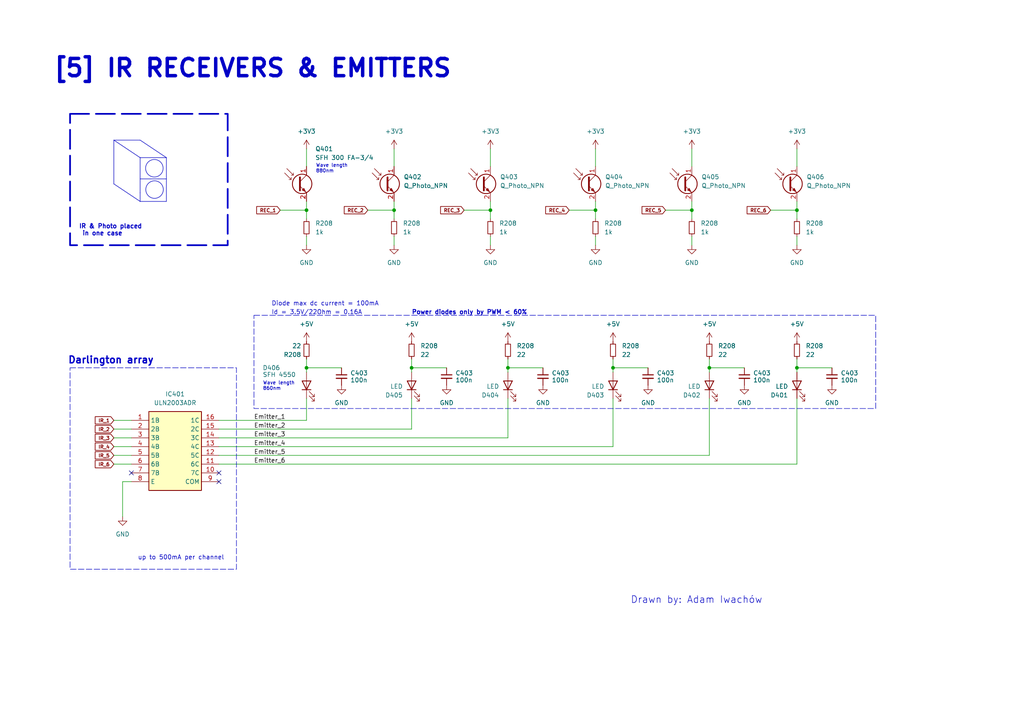
<source format=kicad_sch>
(kicad_sch (version 20230121) (generator eeschema)
  (paper "A4")
  (lib_symbols
    (symbol "Device:C_Small" (pin_numbers hide) (pin_names (offset 0.254) hide)
      (property "Reference" "C" (at 0.254 1.778 0))
      (property "Value" "C_Small" (at 0.254 -2.032 0))
      (symbol "C_Small_0_1"
        (polyline (pts (xy -1.524 -0.508) (xy 1.524 -0.508)) (stroke (width 0.3302)))
        (polyline (pts (xy -1.524 0.508) (xy 1.524 0.508)) (stroke (width 0.3048)))
      )
      (symbol "C_Small_1_1"
        (pin passive line (at 0 2.54 270) (length 2.032) (name "~") (number "1"))
        (pin passive line (at 0 -2.54 90) (length 2.032) (name "~") (number "2"))
      )
    )
    (symbol "Device:LED" (pin_numbers hide) (pin_names (offset 1.016) hide)
      (property "Reference" "D" (at 0 2.54 0))
      (property "Value" "LED" (at 0 -2.54 0))
      (symbol "LED_0_1"
        (polyline (pts (xy -1.27 -1.27) (xy -1.27 1.27)) (stroke (width 0.254)))
        (polyline (pts (xy -1.27 0) (xy 1.27 0)))
        (polyline (pts (xy 1.27 -1.27) (xy 1.27 1.27) (xy -1.27 0) (xy 1.27 -1.27)) (stroke (width 0.254)))
        (polyline (pts (xy -3.048 -0.762) (xy -4.572 -2.286) (xy -3.81 -2.286) (xy -4.572 -2.286) (xy -4.572 -1.524)))
        (polyline (pts (xy -1.778 -0.762) (xy -3.302 -2.286) (xy -2.54 -2.286) (xy -3.302 -2.286) (xy -3.302 -1.524)))
      )
      (symbol "LED_1_1"
        (pin passive line (at -3.81 0 0) (length 2.54) (name "K") (number "1"))
        (pin passive line (at 3.81 0 180) (length 2.54) (name "A") (number "2"))
      )
    )
    (symbol "Device:Q_Photo_NPN" (pin_names (offset 0) hide)
      (property "Reference" "Q" (at 5.08 1.27 0))
      (property "Value" "Q_Photo_NPN" (at 5.08 -1.27 0))
      (symbol "Q_Photo_NPN_0_1"
        (polyline (pts (xy -1.905 1.27) (xy -2.54 1.27)))
        (polyline (pts (xy -1.27 2.54) (xy -1.905 2.54)))
        (polyline (pts (xy 0.635 0.635) (xy 2.54 2.54)))
        (polyline (pts (xy -3.81 3.175) (xy -1.905 1.27) (xy -1.905 1.905)))
        (polyline (pts (xy -3.175 4.445) (xy -1.27 2.54) (xy -1.27 3.175)))
        (polyline (pts (xy 0.635 -0.635) (xy 2.54 -2.54) (xy 2.54 -2.54)))
        (polyline (pts (xy 0.635 1.905) (xy 0.635 -1.905) (xy 0.635 -1.905)) (stroke (width 0.508)))
        (polyline (pts (xy 1.27 -1.778) (xy 1.778 -1.27) (xy 2.286 -2.286) (xy 1.27 -1.778) (xy 1.27 -1.778)) (fill (type outline)))
        (circle (center 1.27 0) (radius 2.8194) (stroke (width 0.254)))
      )
      (symbol "Q_Photo_NPN_1_1"
        (pin passive line (at 2.54 5.08 270) (length 2.54) (name "C") (number "1"))
        (pin passive line (at 2.54 -5.08 90) (length 2.54) (name "E") (number "2"))
      )
    )
    (symbol "Device:R_Small" (pin_numbers hide) (pin_names (offset 0.254) hide)
      (property "Reference" "R" (at 0.762 0.508 0))
      (property "Value" "R_Small" (at 0.762 -1.016 0))
      (symbol "R_Small_0_1"
        (rectangle (start -0.762 1.778) (end 0.762 -1.778) (stroke (width 0.2032)))
      )
      (symbol "R_Small_1_1"
        (pin passive line (at 0 2.54 270) (length 0.762) (name "~") (number "1"))
        (pin passive line (at 0 -2.54 90) (length 0.762) (name "~") (number "2"))
      )
    )
    (symbol "SamacSys_Parts:ULN2003ADR"
      (property "Reference" "IC" (at 21.59 7.62 0))
      (property "Value" "ULN2003ADR" (at 21.59 5.08 0))
      (symbol "ULN2003ADR_1_1"
        (rectangle (start 5.08 2.54) (end 20.32 -20.32) (stroke (width 0.254)) (fill (type background)))
        (pin passive line (at 0 0 0) (length 5.08) (name "1B") (number "1"))
        (pin passive line (at 25.4 -15.24 180) (length 5.08) (name "7C") (number "10"))
        (pin passive line (at 25.4 -12.7 180) (length 5.08) (name "6C") (number "11"))
        (pin passive line (at 25.4 -10.16 180) (length 5.08) (name "5C") (number "12"))
        (pin passive line (at 25.4 -7.62 180) (length 5.08) (name "4C") (number "13"))
        (pin passive line (at 25.4 -5.08 180) (length 5.08) (name "3C") (number "14"))
        (pin passive line (at 25.4 -2.54 180) (length 5.08) (name "2C") (number "15"))
        (pin passive line (at 25.4 0 180) (length 5.08) (name "1C") (number "16"))
        (pin passive line (at 0 -2.54 0) (length 5.08) (name "2B") (number "2"))
        (pin passive line (at 0 -5.08 0) (length 5.08) (name "3B") (number "3"))
        (pin passive line (at 0 -7.62 0) (length 5.08) (name "4B") (number "4"))
        (pin passive line (at 0 -10.16 0) (length 5.08) (name "5B") (number "5"))
        (pin passive line (at 0 -12.7 0) (length 5.08) (name "6B") (number "6"))
        (pin passive line (at 0 -15.24 0) (length 5.08) (name "7B") (number "7"))
        (pin passive line (at 0 -17.78 0) (length 5.08) (name "E") (number "8"))
        (pin passive line (at 25.4 -17.78 180) (length 5.08) (name "COM") (number "9"))
      )
    )
    (symbol "power:+3V3" (power) (pin_names (offset 0))
      (property "Value" "+3V3" (at 0 3.556 0))
      (symbol "+3V3_0_1"
        (polyline (pts (xy -0.762 1.27) (xy 0 2.54)))
        (polyline (pts (xy 0 0) (xy 0 2.54)))
        (polyline (pts (xy 0 2.54) (xy 0.762 1.27)))
      )
      (symbol "+3V3_1_1"
        (pin power_in line (at 0 0 90) (length 0) hide (name "+3V3") (number "1"))
      )
    )
    (symbol "power:+5V" (power) (pin_names (offset 0))
      (property "Value" "+5V" (at 0 3.556 0))
      (symbol "+5V_0_1"
        (polyline (pts (xy -0.762 1.27) (xy 0 2.54)))
        (polyline (pts (xy 0 0) (xy 0 2.54)))
        (polyline (pts (xy 0 2.54) (xy 0.762 1.27)))
      )
      (symbol "+5V_1_1"
        (pin power_in line (at 0 0 90) (length 0) hide (name "+5V") (number "1"))
      )
    )
    (symbol "power:GND" (power) (pin_names (offset 0))
      (property "Value" "GND" (at 0 -3.81 0))
      (symbol "GND_0_1"
        (polyline (pts (xy 0 0) (xy 0 -1.27) (xy 1.27 -1.27) (xy 0 -2.54) (xy -1.27 -1.27) (xy 0 -1.27)))
      )
      (symbol "GND_1_1"
        (pin power_in line (at 0 0 270) (length 0) hide (name "GND") (number "1"))
      )
    )
  )
  (junction (at 172.72 60.96))
  (junction (at 88.9 60.96))
  (junction (at 88.9 106.68))
  (junction (at 114.3 60.96))
  (junction (at 119.38 106.68))
  (junction (at 231.14 106.68))
  (junction (at 177.8 106.68))
  (junction (at 200.66 60.96))
  (junction (at 205.74 106.68))
  (junction (at 142.24 60.96))
  (junction (at 147.32 106.68))
  (junction (at 231.14 60.96))
  (no_connect (at 38.1 137.16))
  (no_connect (at 63.5 137.16))
  (no_connect (at 63.5 139.7))
  (wire (pts (xy 81.28 60.96) (xy 88.9 60.96)))
  (wire (pts (xy 187.96 106.68) (xy 177.8 106.68)))
  (wire (pts (xy 33.02 134.62) (xy 38.1 134.62)))
  (wire (pts (xy 147.32 107.95) (xy 147.32 106.68)))
  (wire (pts (xy 231.14 106.68) (xy 231.14 104.14)))
  (wire (pts (xy 63.5 127) (xy 147.32 127)))
  (wire (pts (xy 241.3 106.68) (xy 231.14 106.68)))
  (polyline (pts (xy 40.64 45.72) (xy 48.26 45.72)))
  (wire (pts (xy 106.68 60.96) (xy 114.3 60.96)))
  (wire (pts (xy 200.66 58.42) (xy 200.66 60.96)))
  (wire (pts (xy 172.72 58.42) (xy 172.72 60.96)))
  (wire (pts (xy 193.04 60.96) (xy 200.66 60.96)))
  (wire (pts (xy 119.38 106.68) (xy 119.38 104.14)))
  (wire (pts (xy 147.32 106.68) (xy 147.32 104.14)))
  (wire (pts (xy 119.38 107.95) (xy 119.38 106.68)))
  (wire (pts (xy 231.14 43.18) (xy 231.14 48.26)))
  (wire (pts (xy 231.14 60.96) (xy 231.14 63.5)))
  (wire (pts (xy 205.74 106.68) (xy 205.74 104.14)))
  (polyline (pts (xy 40.64 40.64) (xy 48.26 45.72)))
  (polyline (pts (xy 40.64 40.64) (xy 33.02 40.64)))
  (wire (pts (xy 33.02 127) (xy 38.1 127)))
  (wire (pts (xy 114.3 58.42) (xy 114.3 60.96)))
  (wire (pts (xy 231.14 115.57) (xy 231.14 134.62)))
  (wire (pts (xy 142.24 58.42) (xy 142.24 60.96)))
  (wire (pts (xy 38.1 139.7) (xy 35.56 139.7)))
  (wire (pts (xy 142.24 68.58) (xy 142.24 71.12)))
  (wire (pts (xy 142.24 43.18) (xy 142.24 48.26)))
  (polyline (pts (xy 40.64 45.72) (xy 40.64 55.88)))
  (wire (pts (xy 157.48 106.68) (xy 147.32 106.68)))
  (wire (pts (xy 147.32 115.57) (xy 147.32 127)))
  (wire (pts (xy 63.5 121.92) (xy 88.9 121.92)))
  (wire (pts (xy 99.06 106.68) (xy 88.9 106.68)))
  (polyline (pts (xy 40.64 55.88) (xy 40.64 58.42)))
  (wire (pts (xy 63.5 129.54) (xy 177.8 129.54)))
  (polyline (pts (xy 40.64 51.888) (xy 48.26 51.888)))
  (wire (pts (xy 172.72 60.96) (xy 172.72 63.5)))
  (wire (pts (xy 165.1 60.96) (xy 172.72 60.96)))
  (wire (pts (xy 223.52 60.96) (xy 231.14 60.96)))
  (wire (pts (xy 231.14 68.58) (xy 231.14 71.12)))
  (wire (pts (xy 63.5 134.62) (xy 231.14 134.62)))
  (wire (pts (xy 205.74 107.95) (xy 205.74 106.68)))
  (wire (pts (xy 177.8 107.95) (xy 177.8 106.68)))
  (wire (pts (xy 142.24 60.96) (xy 142.24 63.5)))
  (polyline (pts (xy 33.02 40.64) (xy 33.02 53.34)))
  (wire (pts (xy 200.66 60.96) (xy 200.66 63.5)))
  (wire (pts (xy 231.14 107.95) (xy 231.14 106.68)))
  (polyline (pts (xy 33.02 40.64) (xy 40.64 45.72)))
  (wire (pts (xy 205.74 115.57) (xy 205.74 132.08)))
  (wire (pts (xy 88.9 107.95) (xy 88.9 106.68)))
  (wire (pts (xy 200.66 43.18) (xy 200.66 48.26)))
  (polyline (pts (xy 48.26 45.72) (xy 48.26 58.42)))
  (wire (pts (xy 231.14 58.42) (xy 231.14 60.96)))
  (wire (pts (xy 215.9 106.68) (xy 205.74 106.68)))
  (wire (pts (xy 88.9 60.96) (xy 88.9 63.5)))
  (wire (pts (xy 119.38 115.57) (xy 119.38 124.46)))
  (wire (pts (xy 172.72 43.18) (xy 172.72 48.26)))
  (wire (pts (xy 33.02 121.92) (xy 38.1 121.92)))
  (wire (pts (xy 114.3 43.18) (xy 114.3 48.26)))
  (wire (pts (xy 200.66 68.58) (xy 200.66 71.12)))
  (wire (pts (xy 88.9 115.57) (xy 88.9 121.92)))
  (wire (pts (xy 63.5 132.08) (xy 205.74 132.08)))
  (wire (pts (xy 177.8 106.68) (xy 177.8 104.14)))
  (wire (pts (xy 172.72 68.58) (xy 172.72 71.12)))
  (wire (pts (xy 88.9 68.58) (xy 88.9 71.12)))
  (wire (pts (xy 63.5 124.46) (xy 119.38 124.46)))
  (wire (pts (xy 88.9 43.18) (xy 88.9 48.26)))
  (wire (pts (xy 88.9 106.68) (xy 88.9 104.14)))
  (wire (pts (xy 114.3 60.96) (xy 114.3 63.5)))
  (wire (pts (xy 33.02 132.08) (xy 38.1 132.08)))
  (wire (pts (xy 129.54 106.68) (xy 119.38 106.68)))
  (wire (pts (xy 35.56 139.7) (xy 35.56 149.86)))
  (wire (pts (xy 134.62 60.96) (xy 142.24 60.96)))
  (wire (pts (xy 114.3 68.58) (xy 114.3 71.12)))
  (wire (pts (xy 33.02 124.46) (xy 38.1 124.46)))
  (polyline (pts (xy 40.64 58.42) (xy 33.02 53.34)))
  (wire (pts (xy 177.8 115.57) (xy 177.8 129.54)))
  (polyline (pts (xy 40.64 58.42) (xy 48.26 58.42)))
  (wire (pts (xy 33.02 129.54) (xy 38.1 129.54)))
  (wire (pts (xy 88.9 58.42) (xy 88.9 60.96)))
  (rectangle (start 73.66 91.44) (end 254 118.4868) (stroke (width 0) (type dash)))
  (circle (center 44.8262 54.9853) (radius 2.54))
  (rectangle (start 20.32 106.68) (end 68.58 165.1) (stroke (width 0) (type dash)))
  (circle (center 44.7696 48.8004) (radius 2.54))
  (rectangle (start 20.32 33.02) (end 66.04 71.12) (stroke (width 0.5) (type dash)))
  (text "Power diodes only by PWM < 60%" (at 119.38 91.44 0) (effects (font (size 1.27 1.27) bold) (justify left bottom)))
  (text "Drawn by: Adam Iwachów " (at 182.88 175.26 0) (effects (font (size 2 2)) (justify left bottom)))
  (text "[5] IR RECEIVERS & EMITTERS" (at 15.24 22.86 0) (effects (font (size 5 5) (thickness 1) bold) (justify left bottom)))
  (text "Diode max dc current = 100mA" (at 78.74 88.9 0) (effects (font (size 1.27 1.27)) (justify left bottom)))
  (text "Id = 3.5V/22Ohm = 0.16A" (at 78.74 91.44 0) (effects (font (size 1.27 1.27)) (justify left bottom)))
  (text "up to 500mA per channel " (at 66.04 162.56 0) (effects (font (size 1.27 1.27)) (justify right bottom)))
  (text "IR & Photo placed\n in one case " (at 22.86 68.58 0) (effects (font (size 1.27 1.27) bold) (justify left bottom)))
  (text "Wave length\n880nm" (at 91.5943 50.2984 0) (effects (font (size 1 1)) (justify left bottom)))
  (text "\nWave length\n860nm" (at 76.2268 113.39 0) (effects (font (size 1 1)) (justify left bottom)))
  (text "Darlington array " (at 46.2522 105.757 0) (effects (font (size 2 2) bold) (justify right bottom)))
  (label "Emitter_5" (at 73.66 132.08 0))
  (label "Emitter_6" (at 73.66 134.62 0))
  (label "Emitter_1" (at 73.66 121.92 0))
  (label "Emitter_3" (at 73.66 127 0))
  (label "Emitter_4" (at 73.66 129.54 0))
  (label "Emitter_2" (at 73.66 124.46 0))
  (global_label "REC_6" (shape input) (at 223.52 60.96 180) (effects (font (size 1 1) (thickness 0.2) bold)) (property "Intersheetrefs" "${INTERSHEET_REFS}" (effects hide)))
  (global_label "REC_3" (shape input) (at 134.62 60.96 180) (effects (font (size 1 1) (thickness 0.2) bold)) (property "Intersheetrefs" "${INTERSHEET_REFS}" (effects hide)))
  (global_label "IR_5" (shape input) (at 33.02 132.08 180) (effects (font (size 1 1) (thickness 0.2) bold)) (property "Intersheetrefs" "${INTERSHEET_REFS}" (effects hide)))
  (global_label "REC_4" (shape input) (at 165.1 60.96 180) (effects (font (size 1 1) (thickness 0.2) bold)) (property "Intersheetrefs" "${INTERSHEET_REFS}" (effects hide)))
  (global_label "REC_2" (shape input) (at 106.68 60.96 180) (effects (font (size 1 1) (thickness 0.2) bold)) (property "Intersheetrefs" "${INTERSHEET_REFS}" (effects hide)))
  (global_label "IR_1" (shape input) (at 33.02 121.92 180) (effects (font (size 1 1) (thickness 0.2) bold)) (property "Intersheetrefs" "${INTERSHEET_REFS}" (effects hide)))
  (global_label "REC_5" (shape input) (at 193.04 60.96 180) (effects (font (size 1 1) (thickness 0.2) bold)) (property "Intersheetrefs" "${INTERSHEET_REFS}" (effects hide)))
  (global_label "IR_3" (shape input) (at 33.02 127 180) (effects (font (size 1 1) (thickness 0.2) bold)) (property "Intersheetrefs" "${INTERSHEET_REFS}" (effects hide)))
  (global_label "REC_1" (shape input) (at 81.28 60.96 180) (effects (font (size 1 1) (thickness 0.2) bold)) (property "Intersheetrefs" "${INTERSHEET_REFS}" (effects hide)))
  (global_label "IR_2" (shape input) (at 33.02 124.46 180) (effects (font (size 1 1) (thickness 0.2) bold)) (property "Intersheetrefs" "${INTERSHEET_REFS}" (effects hide)))
  (global_label "IR_6" (shape input) (at 33.02 134.62 180) (effects (font (size 1 1) (thickness 0.2) bold)) (property "Intersheetrefs" "${INTERSHEET_REFS}" (effects hide)))
  (global_label "IR_4" (shape input) (at 33.02 129.54 180) (effects (font (size 1 1) (thickness 0.2) bold)) (property "Intersheetrefs" "${INTERSHEET_REFS}" (effects hide)))
  (symbol (lib_id "Device:LED") (at 205.74 111.76 90) (unit 1)
    (property "Reference" "D402" (at 203.2 114.6175 90) (effects (justify left)))
    (property "Value" "LED" (at 203.2 112.0775 90) (effects (justify left)))
    (property "Footprint" "LED_SMD:LED_0603_1608Metric" (effects hide))
  )
  (symbol (lib_id "power:+3V3") (at 231.14 43.18 0) (unit 1)
    (property "Reference" "#PWR0506" (effects hide))
    (property "Value" "+3V3" (at 231.14 38.1 0))
  )
  (symbol (lib_id "Device:R_Small") (at 231.14 101.6 0) (unit 1)
    (property "Reference" "R208" (at 233.68 100.33 0) (effects (justify left)))
    (property "Value" "22" (at 233.68 102.87 0) (effects (justify left)))
    (property "Footprint" "Resistor_SMD:R_0603_1608Metric" (effects hide))
    (instances (project "Micromouse" (path "" (reference "R208") (unit 1)) (path "" (reference "R407") (unit 1))))
  )
  (symbol (lib_id "Device:R_Small") (at 88.9 66.04 180) (unit 1)
    (property "Reference" "R208" (at 91.44 64.77 0) (effects (justify right)))
    (property "Value" "1k" (at 91.44 67.31 0) (effects (justify right)))
    (property "Footprint" "Resistor_SMD:R_0603_1608Metric" (effects hide))
    (instances (project "Micromouse" (path "" (reference "R208") (unit 1)) (path "" (reference "R401") (unit 1))))
  )
  (symbol (lib_id "Device:R_Small") (at 231.14 66.04 180) (unit 1)
    (property "Reference" "R208" (at 233.68 64.77 0) (effects (justify right)))
    (property "Value" "1k" (at 233.68 67.31 0) (effects (justify right)))
    (property "Footprint" "Resistor_SMD:R_0603_1608Metric" (effects hide))
    (instances (project "Micromouse" (path "" (reference "R208") (unit 1)) (path "" (reference "R406") (unit 1))))
  )
  (symbol (lib_id "Device:R_Small") (at 200.66 66.04 180) (unit 1)
    (property "Reference" "R208" (at 203.2 64.77 0) (effects (justify right)))
    (property "Value" "1k" (at 203.2 67.31 0) (effects (justify right)))
    (property "Footprint" "Resistor_SMD:R_0603_1608Metric" (effects hide))
    (instances (project "Micromouse" (path "" (reference "R208") (unit 1)) (path "" (reference "R405") (unit 1))))
  )
  (symbol (lib_id "Device:R_Small") (at 88.9 101.6 0) (unit 1)
    (property "Reference" "R208" (at 87.376 102.87 0) (effects (justify right)))
    (property "Value" "22" (at 87.376 100.33 0) (effects (justify right)))
    (property "Footprint" "Resistor_SMD:R_0603_1608Metric" (effects hide))
    (instances (project "Micromouse" (path "" (reference "R208") (unit 1)) (path "" (reference "R412") (unit 1))))
  )
  (symbol (lib_id "power:+5V") (at 205.74 99.06 0) (unit 1)
    (property "Reference" "#PWR0412" (effects hide))
    (property "Value" "+5V" (at 205.74 93.98 0))
  )
  (symbol (lib_id "Device:C_Small") (at 129.54 109.22 0) (unit 1)
    (property "Reference" "C403" (at 132.08 108.204 0) (effects (justify left)))
    (property "Value" "100n" (at 132.08 110.236 0) (effects (justify left)))
    (property "Footprint" "Capacitor_SMD:C_0603_1608Metric" (effects hide))
    (instances (project "Micromouse" (path "" (reference "C403") (unit 1)) (path "" (reference "C502") (unit 1))))
  )
  (symbol (lib_id "Device:R_Small") (at 177.8 101.6 0) (unit 1)
    (property "Reference" "R208" (at 180.34 100.33 0) (effects (justify left)))
    (property "Value" "22" (at 180.34 102.87 0) (effects (justify left)))
    (property "Footprint" "Resistor_SMD:R_0603_1608Metric" (effects hide))
    (instances (project "Micromouse" (path "" (reference "R208") (unit 1)) (path "" (reference "R409") (unit 1))))
  )
  (symbol (lib_id "power:GND") (at 129.54 111.76 0) (unit 1)
    (property "Reference" "#PWR0508" (effects hide))
    (property "Value" "GND" (at 129.54 116.84 0))
  )
  (symbol (lib_id "power:+3V3") (at 88.9 43.18 0) (unit 1)
    (property "Reference" "#PWR0501" (effects hide))
    (property "Value" "+3V3" (at 88.9 38.1 0))
  )
  (symbol (lib_id "power:GND") (at 157.48 111.76 0) (unit 1)
    (property "Reference" "#PWR0509" (effects hide))
    (property "Value" "GND" (at 157.48 116.84 0))
  )
  (symbol (lib_id "power:GND") (at 215.9 111.76 0) (unit 1)
    (property "Reference" "#PWR0511" (effects hide))
    (property "Value" "GND" (at 215.9 116.84 0))
  )
  (symbol (lib_id "power:GND") (at 114.3 71.12 0) (unit 1)
    (property "Reference" "#PWR0402" (effects hide))
    (property "Value" "GND" (at 114.3 76.2 0))
  )
  (symbol (lib_id "power:+3V3") (at 142.24 43.18 0) (unit 1)
    (property "Reference" "#PWR0503" (effects hide))
    (property "Value" "+3V3" (at 142.24 38.1 0))
  )
  (symbol (lib_id "Device:R_Small") (at 205.74 101.6 0) (unit 1)
    (property "Reference" "R208" (at 208.28 100.33 0) (effects (justify left)))
    (property "Value" "22" (at 208.28 102.87 0) (effects (justify left)))
    (property "Footprint" "Resistor_SMD:R_0603_1608Metric" (effects hide))
    (instances (project "Micromouse" (path "" (reference "R208") (unit 1)) (path "" (reference "R408") (unit 1))))
  )
  (symbol (lib_id "power:GND") (at 200.66 71.12 0) (unit 1)
    (property "Reference" "#PWR0405" (effects hide))
    (property "Value" "GND" (at 200.66 76.2 0))
  )
  (symbol (lib_id "power:+5V") (at 119.38 99.06 0) (unit 1)
    (property "Reference" "#PWR0409" (effects hide))
    (property "Value" "+5V" (at 119.38 93.98 0))
  )
  (symbol (lib_id "power:+3V3") (at 200.66 43.18 0) (unit 1)
    (property "Reference" "#PWR0505" (effects hide))
    (property "Value" "+3V3" (at 200.66 38.1 0))
  )
  (symbol (lib_id "SamacSys_Parts:ULN2003ADR") (at 38.1 121.92 0) (unit 1)
    (property "Reference" "IC401" (at 50.8 114.3 0))
    (property "Value" "ULN2003ADR" (at 50.8 116.84 0))
    (property "Footprint" "SOIC127P600X175-16N" (effects hide))
    (property "Datasheet" "http://www.ti.com/lit/ds/symlink/uln2003a.pdf" (effects hide))
    (property "Height" "1.75" (effects hide))
    (property "Manufacturer_Name" "Texas Instruments" (effects hide))
    (property "Manufacturer_Part_Number" "ULN2003ADR" (effects hide))
  )
  (symbol (lib_id "Device:C_Small") (at 187.96 109.22 0) (unit 1)
    (property "Reference" "C403" (at 190.5 108.204 0) (effects (justify left)))
    (property "Value" "100n" (at 190.5 110.236 0) (effects (justify left)))
    (property "Footprint" "Capacitor_SMD:C_0603_1608Metric" (effects hide))
    (instances (project "Micromouse" (path "" (reference "C403") (unit 1)) (path "" (reference "C504") (unit 1))))
  )
  (symbol (lib_id "Device:Q_Photo_NPN") (at 111.76 53.34 0) (unit 1)
    (property "Reference" "Q402" (at 117.094 51.3207 0) (effects (justify left)))
    (property "Value" "Q_Photo_NPN" (at 117.094 53.8607 0) (effects (justify left)))
    (property "Footprint" "Connector_PinHeader_2.54mm:PinHeader_1x02_P2.54mm_Vertical" (effects hide))
  )
  (symbol (lib_id "power:+5V") (at 147.32 99.06 0) (unit 1)
    (property "Reference" "#PWR0410" (effects hide))
    (property "Value" "+5V" (at 147.32 93.98 0))
  )
  (symbol (lib_id "power:GND") (at 241.3 111.76 0) (unit 1)
    (property "Reference" "#PWR0512" (effects hide))
    (property "Value" "GND" (at 241.3 116.84 0))
  )
  (symbol (lib_id "Device:R_Small") (at 114.3 66.04 180) (unit 1)
    (property "Reference" "R208" (at 116.84 64.77 0) (effects (justify right)))
    (property "Value" "1k" (at 116.84 67.31 0) (effects (justify right)))
    (property "Footprint" "Resistor_SMD:R_0603_1608Metric" (effects hide))
    (instances (project "Micromouse" (path "" (reference "R208") (unit 1)) (path "" (reference "R402") (unit 1))))
  )
  (symbol (lib_id "Device:Q_Photo_NPN") (at 86.36 53.34 0) (unit 1)
    (property "Reference" "Q401" (at 91.44 43.18 0) (effects (justify left)))
    (property "Value" "SFH 300 FA-3/4" (at 91.44 45.72 0) (effects (justify left)))
    (property "Footprint" "Connector_PinHeader_2.54mm:PinHeader_1x02_P2.54mm_Vertical" (effects hide))
  )
  (symbol (lib_id "Device:R_Small") (at 119.38 101.6 0) (unit 1)
    (property "Reference" "R208" (at 121.92 100.33 0) (effects (justify left)))
    (property "Value" "22" (at 121.92 102.87 0) (effects (justify left)))
    (property "Footprint" "Resistor_SMD:R_0603_1608Metric" (effects hide))
    (instances (project "Micromouse" (path "" (reference "R208") (unit 1)) (path "" (reference "R411") (unit 1))))
  )
  (symbol (lib_id "power:GND") (at 35.56 149.86 0) (unit 1)
    (property "Reference" "#PWR0407" (effects hide))
    (property "Value" "GND" (at 35.56 154.94 0))
  )
  (symbol (lib_id "power:GND") (at 231.14 71.12 0) (unit 1)
    (property "Reference" "#PWR0406" (effects hide))
    (property "Value" "GND" (at 231.14 76.2 0))
  )
  (symbol (lib_id "Device:Q_Photo_NPN") (at 198.12 53.34 0) (unit 1)
    (property "Reference" "Q405" (at 203.454 51.3207 0) (effects (justify left)))
    (property "Value" "Q_Photo_NPN" (at 203.454 53.8607 0) (effects (justify left)))
    (property "Footprint" "Connector_PinHeader_2.54mm:PinHeader_1x02_P2.54mm_Vertical" (effects hide))
  )
  (symbol (lib_id "power:GND") (at 88.9 71.12 0) (unit 1)
    (property "Reference" "#PWR0401" (effects hide))
    (property "Value" "GND" (at 88.9 76.2 0))
  )
  (symbol (lib_id "Device:R_Small") (at 142.24 66.04 180) (unit 1)
    (property "Reference" "R208" (at 144.78 64.77 0) (effects (justify right)))
    (property "Value" "1k" (at 144.78 67.31 0) (effects (justify right)))
    (property "Footprint" "Resistor_SMD:R_0603_1608Metric" (effects hide))
    (instances (project "Micromouse" (path "" (reference "R208") (unit 1)) (path "" (reference "R403") (unit 1))))
  )
  (symbol (lib_id "Device:C_Small") (at 215.9 109.22 0) (unit 1)
    (property "Reference" "C403" (at 218.44 108.204 0) (effects (justify left)))
    (property "Value" "100n" (at 218.44 110.236 0) (effects (justify left)))
    (property "Footprint" "Capacitor_SMD:C_0603_1608Metric" (effects hide))
    (instances (project "Micromouse" (path "" (reference "C403") (unit 1)) (path "" (reference "C505") (unit 1))))
  )
  (symbol (lib_id "Device:LED") (at 88.9 111.76 90) (unit 1)
    (property "Reference" "D406" (at 81.28 106.68 90) (effects (justify left)))
    (property "Value" "SFH 4550" (at 85.8278 108.6538 90) (effects (justify left)))
    (property "Footprint" "LED_SMD:LED_0603_1608Metric" (effects hide))
  )
  (symbol (lib_id "Device:Q_Photo_NPN") (at 139.7 53.34 0) (unit 1)
    (property "Reference" "Q403" (at 145.034 51.3207 0) (effects (justify left)))
    (property "Value" "Q_Photo_NPN" (at 145.034 53.8607 0) (effects (justify left)))
    (property "Footprint" "Connector_PinHeader_2.54mm:PinHeader_1x02_P2.54mm_Vertical" (effects hide))
  )
  (symbol (lib_id "power:+5V") (at 231.14 99.06 0) (unit 1)
    (property "Reference" "#PWR0419" (effects hide))
    (property "Value" "+5V" (at 231.14 93.98 0))
  )
  (symbol (lib_id "Device:LED") (at 231.14 111.76 90) (unit 1)
    (property "Reference" "D401" (at 228.6 114.6175 90) (effects (justify left)))
    (property "Value" "LED" (at 228.6 112.0775 90) (effects (justify left)))
    (property "Footprint" "LED_SMD:LED_0603_1608Metric" (effects hide))
  )
  (symbol (lib_id "Device:Q_Photo_NPN") (at 170.18 53.34 0) (unit 1)
    (property "Reference" "Q404" (at 175.514 51.3207 0) (effects (justify left)))
    (property "Value" "Q_Photo_NPN" (at 175.514 53.8607 0) (effects (justify left)))
    (property "Footprint" "Connector_PinHeader_2.54mm:PinHeader_1x02_P2.54mm_Vertical" (effects hide))
  )
  (symbol (lib_id "Device:LED") (at 177.8 111.76 90) (unit 1)
    (property "Reference" "D403" (at 175.26 114.6175 90) (effects (justify left)))
    (property "Value" "LED" (at 175.26 112.0775 90) (effects (justify left)))
    (property "Footprint" "LED_SMD:LED_0603_1608Metric" (effects hide))
  )
  (symbol (lib_id "Device:R_Small") (at 172.72 66.04 180) (unit 1)
    (property "Reference" "R208" (at 175.26 64.77 0) (effects (justify right)))
    (property "Value" "1k" (at 175.26 67.31 0) (effects (justify right)))
    (property "Footprint" "Resistor_SMD:R_0603_1608Metric" (effects hide))
    (instances (project "Micromouse" (path "" (reference "R208") (unit 1)) (path "" (reference "R404") (unit 1))))
  )
  (symbol (lib_id "power:+5V") (at 88.9 99.06 0) (unit 1)
    (property "Reference" "#PWR0408" (effects hide))
    (property "Value" "+5V" (at 88.9 93.98 0))
  )
  (symbol (lib_id "power:+3V3") (at 114.3 43.18 0) (unit 1)
    (property "Reference" "#PWR0502" (effects hide))
    (property "Value" "+3V3" (at 114.3 38.1 0))
  )
  (symbol (lib_id "Device:R_Small") (at 147.32 101.6 0) (unit 1)
    (property "Reference" "R208" (at 149.86 100.33 0) (effects (justify left)))
    (property "Value" "22" (at 149.86 102.87 0) (effects (justify left)))
    (property "Footprint" "Resistor_SMD:R_0603_1608Metric" (effects hide))
    (instances (project "Micromouse" (path "" (reference "R208") (unit 1)) (path "" (reference "R410") (unit 1))))
  )
  (symbol (lib_id "power:+5V") (at 177.8 99.06 0) (unit 1)
    (property "Reference" "#PWR0411" (effects hide))
    (property "Value" "+5V" (at 177.8 93.98 0))
  )
  (symbol (lib_id "power:GND") (at 99.06 111.76 0) (unit 1)
    (property "Reference" "#PWR0507" (effects hide))
    (property "Value" "GND" (at 99.06 116.84 0))
  )
  (symbol (lib_id "power:GND") (at 172.72 71.12 0) (unit 1)
    (property "Reference" "#PWR0404" (effects hide))
    (property "Value" "GND" (at 172.72 76.2 0))
  )
  (symbol (lib_id "power:GND") (at 142.24 71.12 0) (unit 1)
    (property "Reference" "#PWR0403" (effects hide))
    (property "Value" "GND" (at 142.24 76.2 0))
  )
  (symbol (lib_id "Device:C_Small") (at 157.48 109.22 0) (unit 1)
    (property "Reference" "C403" (at 160.02 108.204 0) (effects (justify left)))
    (property "Value" "100n" (at 160.02 110.236 0) (effects (justify left)))
    (property "Footprint" "Capacitor_SMD:C_0603_1608Metric" (effects hide))
    (instances (project "Micromouse" (path "" (reference "C403") (unit 1)) (path "" (reference "C503") (unit 1))))
  )
  (symbol (lib_id "power:GND") (at 187.96 111.76 0) (unit 1)
    (property "Reference" "#PWR0510" (effects hide))
    (property "Value" "GND" (at 187.96 116.84 0))
  )
  (symbol (lib_id "power:+3V3") (at 172.72 43.18 0) (unit 1)
    (property "Reference" "#PWR0504" (effects hide))
    (property "Value" "+3V3" (at 172.72 38.1 0))
  )
  (symbol (lib_id "Device:C_Small") (at 99.06 109.22 0) (unit 1)
    (property "Reference" "C403" (at 101.6 108.204 0) (effects (justify left)))
    (property "Value" "100n" (at 101.6 110.236 0) (effects (justify left)))
    (property "Footprint" "Capacitor_SMD:C_0603_1608Metric" (effects hide))
    (instances (project "Micromouse" (path "" (reference "C403") (unit 1)) (path "" (reference "C501") (unit 1))))
  )
  (symbol (lib_id "Device:LED") (at 147.32 111.76 90) (unit 1)
    (property "Reference" "D404" (at 144.78 114.6175 90) (effects (justify left)))
    (property "Value" "LED" (at 144.78 112.0775 90) (effects (justify left)))
    (property "Footprint" "LED_SMD:LED_0603_1608Metric" (effects hide))
  )
  (symbol (lib_id "Device:C_Small") (at 241.3 109.22 0) (unit 1)
    (property "Reference" "C403" (at 243.84 108.204 0) (effects (justify left)))
    (property "Value" "100n" (at 243.84 110.236 0) (effects (justify left)))
    (property "Footprint" "Capacitor_SMD:C_0603_1608Metric" (effects hide))
    (instances (project "Micromouse" (path "" (reference "C403") (unit 1)) (path "" (reference "C506") (unit 1))))
  )
  (symbol (lib_id "Device:LED") (at 119.38 111.76 90) (unit 1)
    (property "Reference" "D405" (at 116.84 114.6175 90) (effects (justify left)))
    (property "Value" "LED" (at 116.84 112.0775 90) (effects (justify left)))
    (property "Footprint" "LED_SMD:LED_0603_1608Metric" (effects hide))
  )
  (symbol (lib_id "Device:Q_Photo_NPN") (at 228.6 53.34 0) (unit 1)
    (property "Reference" "Q406" (at 233.934 51.3207 0) (effects (justify left)))
    (property "Value" "Q_Photo_NPN" (at 233.934 53.8607 0) (effects (justify left)))
    (property "Footprint" "Connector_PinHeader_2.54mm:PinHeader_1x02_P2.54mm_Vertical" (effects hide))
  )
)
</source>
